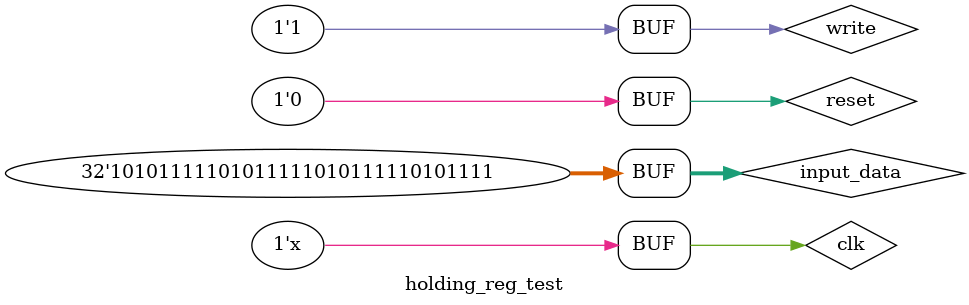
<source format=v>
`timescale 1ns / 1ps


module holding_reg_test;

	// Inputs
	reg [31:0] input_data;
	reg write;
	reg clk;
	reg reset;

	// Outputs
	wire [31:0] output_data;

	// Instantiate the Unit Under Test (UUT)
	holding_reg uut (
		.output_data(output_data), 
		.input_data(input_data),
		.write(write),
		.clk(clk), 
		.reset(reset)
	);
	
	always
	#5 clk = ~clk;
	
	initial begin
		// Initialize Inputs
		input_data = 0;
		write = 0;
		clk = 0;
		reset = 1;

		// Wait 100 ns for global reset to finish
		#100;
        
		// Add stimulus here
		reset <= 0;
		
		input_data <= 32'hF0F0F0F0;	// no write
		#15;
		
		input_data <= 32'hAFAFAFAF;
		write <= 1;		// writing enabled
		#15;
		
		reset <= 1;		// clear contents
		#26;
		
		reset <= 0;	
	end
      
endmodule


</source>
